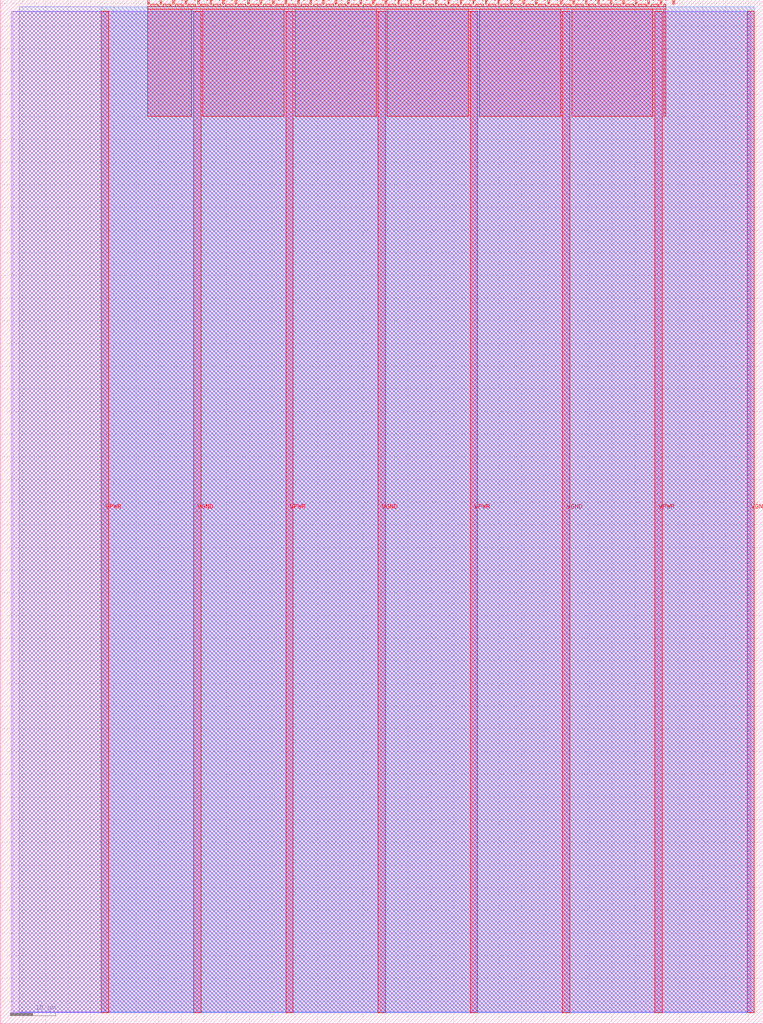
<source format=lef>
VERSION 5.7 ;
  NOWIREEXTENSIONATPIN ON ;
  DIVIDERCHAR "/" ;
  BUSBITCHARS "[]" ;
MACRO tt_um_joerdsonsilva_top
  CLASS BLOCK ;
  FOREIGN tt_um_joerdsonsilva_top ;
  ORIGIN 0.000 0.000 ;
  SIZE 168.360 BY 225.760 ;
  PIN VGND
    DIRECTION INOUT ;
    USE GROUND ;
    PORT
      LAYER met4 ;
        RECT 42.670 2.480 44.270 223.280 ;
    END
    PORT
      LAYER met4 ;
        RECT 83.380 2.480 84.980 223.280 ;
    END
    PORT
      LAYER met4 ;
        RECT 124.090 2.480 125.690 223.280 ;
    END
    PORT
      LAYER met4 ;
        RECT 164.800 2.480 166.400 223.280 ;
    END
  END VGND
  PIN VPWR
    DIRECTION INOUT ;
    USE POWER ;
    PORT
      LAYER met4 ;
        RECT 22.315 2.480 23.915 223.280 ;
    END
    PORT
      LAYER met4 ;
        RECT 63.025 2.480 64.625 223.280 ;
    END
    PORT
      LAYER met4 ;
        RECT 103.735 2.480 105.335 223.280 ;
    END
    PORT
      LAYER met4 ;
        RECT 144.445 2.480 146.045 223.280 ;
    END
  END VPWR
  PIN clk
    DIRECTION INPUT ;
    USE SIGNAL ;
    ANTENNAGATEAREA 0.852000 ;
    PORT
      LAYER met4 ;
        RECT 145.670 224.760 145.970 225.760 ;
    END
  END clk
  PIN ena
    DIRECTION INPUT ;
    USE SIGNAL ;
    PORT
      LAYER met4 ;
        RECT 148.430 224.760 148.730 225.760 ;
    END
  END ena
  PIN rst_n
    DIRECTION INPUT ;
    USE SIGNAL ;
    ANTENNAGATEAREA 0.126000 ;
    PORT
      LAYER met4 ;
        RECT 142.910 224.760 143.210 225.760 ;
    END
  END rst_n
  PIN ui_in[0]
    DIRECTION INPUT ;
    USE SIGNAL ;
    ANTENNAGATEAREA 0.213000 ;
    PORT
      LAYER met4 ;
        RECT 140.150 224.760 140.450 225.760 ;
    END
  END ui_in[0]
  PIN ui_in[1]
    DIRECTION INPUT ;
    USE SIGNAL ;
    ANTENNAGATEAREA 0.159000 ;
    PORT
      LAYER met4 ;
        RECT 137.390 224.760 137.690 225.760 ;
    END
  END ui_in[1]
  PIN ui_in[2]
    DIRECTION INPUT ;
    USE SIGNAL ;
    PORT
      LAYER met4 ;
        RECT 134.630 224.760 134.930 225.760 ;
    END
  END ui_in[2]
  PIN ui_in[3]
    DIRECTION INPUT ;
    USE SIGNAL ;
    PORT
      LAYER met4 ;
        RECT 131.870 224.760 132.170 225.760 ;
    END
  END ui_in[3]
  PIN ui_in[4]
    DIRECTION INPUT ;
    USE SIGNAL ;
    PORT
      LAYER met4 ;
        RECT 129.110 224.760 129.410 225.760 ;
    END
  END ui_in[4]
  PIN ui_in[5]
    DIRECTION INPUT ;
    USE SIGNAL ;
    PORT
      LAYER met4 ;
        RECT 126.350 224.760 126.650 225.760 ;
    END
  END ui_in[5]
  PIN ui_in[6]
    DIRECTION INPUT ;
    USE SIGNAL ;
    PORT
      LAYER met4 ;
        RECT 123.590 224.760 123.890 225.760 ;
    END
  END ui_in[6]
  PIN ui_in[7]
    DIRECTION INPUT ;
    USE SIGNAL ;
    PORT
      LAYER met4 ;
        RECT 120.830 224.760 121.130 225.760 ;
    END
  END ui_in[7]
  PIN uio_in[0]
    DIRECTION INPUT ;
    USE SIGNAL ;
    PORT
      LAYER met4 ;
        RECT 118.070 224.760 118.370 225.760 ;
    END
  END uio_in[0]
  PIN uio_in[1]
    DIRECTION INPUT ;
    USE SIGNAL ;
    PORT
      LAYER met4 ;
        RECT 115.310 224.760 115.610 225.760 ;
    END
  END uio_in[1]
  PIN uio_in[2]
    DIRECTION INPUT ;
    USE SIGNAL ;
    PORT
      LAYER met4 ;
        RECT 112.550 224.760 112.850 225.760 ;
    END
  END uio_in[2]
  PIN uio_in[3]
    DIRECTION INPUT ;
    USE SIGNAL ;
    PORT
      LAYER met4 ;
        RECT 109.790 224.760 110.090 225.760 ;
    END
  END uio_in[3]
  PIN uio_in[4]
    DIRECTION INPUT ;
    USE SIGNAL ;
    PORT
      LAYER met4 ;
        RECT 107.030 224.760 107.330 225.760 ;
    END
  END uio_in[4]
  PIN uio_in[5]
    DIRECTION INPUT ;
    USE SIGNAL ;
    PORT
      LAYER met4 ;
        RECT 104.270 224.760 104.570 225.760 ;
    END
  END uio_in[5]
  PIN uio_in[6]
    DIRECTION INPUT ;
    USE SIGNAL ;
    PORT
      LAYER met4 ;
        RECT 101.510 224.760 101.810 225.760 ;
    END
  END uio_in[6]
  PIN uio_in[7]
    DIRECTION INPUT ;
    USE SIGNAL ;
    PORT
      LAYER met4 ;
        RECT 98.750 224.760 99.050 225.760 ;
    END
  END uio_in[7]
  PIN uio_oe[0]
    DIRECTION OUTPUT TRISTATE ;
    USE SIGNAL ;
    PORT
      LAYER met4 ;
        RECT 51.830 224.760 52.130 225.760 ;
    END
  END uio_oe[0]
  PIN uio_oe[1]
    DIRECTION OUTPUT TRISTATE ;
    USE SIGNAL ;
    PORT
      LAYER met4 ;
        RECT 49.070 224.760 49.370 225.760 ;
    END
  END uio_oe[1]
  PIN uio_oe[2]
    DIRECTION OUTPUT TRISTATE ;
    USE SIGNAL ;
    PORT
      LAYER met4 ;
        RECT 46.310 224.760 46.610 225.760 ;
    END
  END uio_oe[2]
  PIN uio_oe[3]
    DIRECTION OUTPUT TRISTATE ;
    USE SIGNAL ;
    PORT
      LAYER met4 ;
        RECT 43.550 224.760 43.850 225.760 ;
    END
  END uio_oe[3]
  PIN uio_oe[4]
    DIRECTION OUTPUT TRISTATE ;
    USE SIGNAL ;
    PORT
      LAYER met4 ;
        RECT 40.790 224.760 41.090 225.760 ;
    END
  END uio_oe[4]
  PIN uio_oe[5]
    DIRECTION OUTPUT TRISTATE ;
    USE SIGNAL ;
    PORT
      LAYER met4 ;
        RECT 38.030 224.760 38.330 225.760 ;
    END
  END uio_oe[5]
  PIN uio_oe[6]
    DIRECTION OUTPUT TRISTATE ;
    USE SIGNAL ;
    PORT
      LAYER met4 ;
        RECT 35.270 224.760 35.570 225.760 ;
    END
  END uio_oe[6]
  PIN uio_oe[7]
    DIRECTION OUTPUT TRISTATE ;
    USE SIGNAL ;
    PORT
      LAYER met4 ;
        RECT 32.510 224.760 32.810 225.760 ;
    END
  END uio_oe[7]
  PIN uio_out[0]
    DIRECTION OUTPUT TRISTATE ;
    USE SIGNAL ;
    PORT
      LAYER met4 ;
        RECT 73.910 224.760 74.210 225.760 ;
    END
  END uio_out[0]
  PIN uio_out[1]
    DIRECTION OUTPUT TRISTATE ;
    USE SIGNAL ;
    PORT
      LAYER met4 ;
        RECT 71.150 224.760 71.450 225.760 ;
    END
  END uio_out[1]
  PIN uio_out[2]
    DIRECTION OUTPUT TRISTATE ;
    USE SIGNAL ;
    PORT
      LAYER met4 ;
        RECT 68.390 224.760 68.690 225.760 ;
    END
  END uio_out[2]
  PIN uio_out[3]
    DIRECTION OUTPUT TRISTATE ;
    USE SIGNAL ;
    PORT
      LAYER met4 ;
        RECT 65.630 224.760 65.930 225.760 ;
    END
  END uio_out[3]
  PIN uio_out[4]
    DIRECTION OUTPUT TRISTATE ;
    USE SIGNAL ;
    PORT
      LAYER met4 ;
        RECT 62.870 224.760 63.170 225.760 ;
    END
  END uio_out[4]
  PIN uio_out[5]
    DIRECTION OUTPUT TRISTATE ;
    USE SIGNAL ;
    PORT
      LAYER met4 ;
        RECT 60.110 224.760 60.410 225.760 ;
    END
  END uio_out[5]
  PIN uio_out[6]
    DIRECTION OUTPUT TRISTATE ;
    USE SIGNAL ;
    PORT
      LAYER met4 ;
        RECT 57.350 224.760 57.650 225.760 ;
    END
  END uio_out[6]
  PIN uio_out[7]
    DIRECTION OUTPUT TRISTATE ;
    USE SIGNAL ;
    PORT
      LAYER met4 ;
        RECT 54.590 224.760 54.890 225.760 ;
    END
  END uio_out[7]
  PIN uo_out[0]
    DIRECTION OUTPUT TRISTATE ;
    USE SIGNAL ;
    ANTENNADIFFAREA 0.891000 ;
    PORT
      LAYER met4 ;
        RECT 95.990 224.760 96.290 225.760 ;
    END
  END uo_out[0]
  PIN uo_out[1]
    DIRECTION OUTPUT TRISTATE ;
    USE SIGNAL ;
    ANTENNADIFFAREA 0.891000 ;
    PORT
      LAYER met4 ;
        RECT 93.230 224.760 93.530 225.760 ;
    END
  END uo_out[1]
  PIN uo_out[2]
    DIRECTION OUTPUT TRISTATE ;
    USE SIGNAL ;
    ANTENNADIFFAREA 0.891000 ;
    PORT
      LAYER met4 ;
        RECT 90.470 224.760 90.770 225.760 ;
    END
  END uo_out[2]
  PIN uo_out[3]
    DIRECTION OUTPUT TRISTATE ;
    USE SIGNAL ;
    ANTENNADIFFAREA 0.891000 ;
    PORT
      LAYER met4 ;
        RECT 87.710 224.760 88.010 225.760 ;
    END
  END uo_out[3]
  PIN uo_out[4]
    DIRECTION OUTPUT TRISTATE ;
    USE SIGNAL ;
    ANTENNADIFFAREA 0.891000 ;
    PORT
      LAYER met4 ;
        RECT 84.950 224.760 85.250 225.760 ;
    END
  END uo_out[4]
  PIN uo_out[5]
    DIRECTION OUTPUT TRISTATE ;
    USE SIGNAL ;
    ANTENNADIFFAREA 0.891000 ;
    PORT
      LAYER met4 ;
        RECT 82.190 224.760 82.490 225.760 ;
    END
  END uo_out[5]
  PIN uo_out[6]
    DIRECTION OUTPUT TRISTATE ;
    USE SIGNAL ;
    PORT
      LAYER met4 ;
        RECT 79.430 224.760 79.730 225.760 ;
    END
  END uo_out[6]
  PIN uo_out[7]
    DIRECTION OUTPUT TRISTATE ;
    USE SIGNAL ;
    ANTENNADIFFAREA 0.795200 ;
    PORT
      LAYER met4 ;
        RECT 76.670 224.760 76.970 225.760 ;
    END
  END uo_out[7]
  OBS
      LAYER li1 ;
        RECT 2.760 2.635 165.600 223.125 ;
      LAYER met1 ;
        RECT 2.460 2.480 166.400 223.280 ;
      LAYER met2 ;
        RECT 4.240 2.535 166.370 224.245 ;
      LAYER met3 ;
        RECT 22.325 2.555 166.390 224.225 ;
      LAYER met4 ;
        RECT 33.210 224.360 34.870 224.760 ;
        RECT 35.970 224.360 37.630 224.760 ;
        RECT 38.730 224.360 40.390 224.760 ;
        RECT 41.490 224.360 43.150 224.760 ;
        RECT 44.250 224.360 45.910 224.760 ;
        RECT 47.010 224.360 48.670 224.760 ;
        RECT 49.770 224.360 51.430 224.760 ;
        RECT 52.530 224.360 54.190 224.760 ;
        RECT 55.290 224.360 56.950 224.760 ;
        RECT 58.050 224.360 59.710 224.760 ;
        RECT 60.810 224.360 62.470 224.760 ;
        RECT 63.570 224.360 65.230 224.760 ;
        RECT 66.330 224.360 67.990 224.760 ;
        RECT 69.090 224.360 70.750 224.760 ;
        RECT 71.850 224.360 73.510 224.760 ;
        RECT 74.610 224.360 76.270 224.760 ;
        RECT 77.370 224.360 79.030 224.760 ;
        RECT 80.130 224.360 81.790 224.760 ;
        RECT 82.890 224.360 84.550 224.760 ;
        RECT 85.650 224.360 87.310 224.760 ;
        RECT 88.410 224.360 90.070 224.760 ;
        RECT 91.170 224.360 92.830 224.760 ;
        RECT 93.930 224.360 95.590 224.760 ;
        RECT 96.690 224.360 98.350 224.760 ;
        RECT 99.450 224.360 101.110 224.760 ;
        RECT 102.210 224.360 103.870 224.760 ;
        RECT 104.970 224.360 106.630 224.760 ;
        RECT 107.730 224.360 109.390 224.760 ;
        RECT 110.490 224.360 112.150 224.760 ;
        RECT 113.250 224.360 114.910 224.760 ;
        RECT 116.010 224.360 117.670 224.760 ;
        RECT 118.770 224.360 120.430 224.760 ;
        RECT 121.530 224.360 123.190 224.760 ;
        RECT 124.290 224.360 125.950 224.760 ;
        RECT 127.050 224.360 128.710 224.760 ;
        RECT 129.810 224.360 131.470 224.760 ;
        RECT 132.570 224.360 134.230 224.760 ;
        RECT 135.330 224.360 136.990 224.760 ;
        RECT 138.090 224.360 139.750 224.760 ;
        RECT 140.850 224.360 142.510 224.760 ;
        RECT 143.610 224.360 145.270 224.760 ;
        RECT 146.370 224.360 146.905 224.760 ;
        RECT 32.495 223.680 146.905 224.360 ;
        RECT 32.495 200.095 42.270 223.680 ;
        RECT 44.670 200.095 62.625 223.680 ;
        RECT 65.025 200.095 82.980 223.680 ;
        RECT 85.380 200.095 103.335 223.680 ;
        RECT 105.735 200.095 123.690 223.680 ;
        RECT 126.090 200.095 144.045 223.680 ;
        RECT 146.445 200.095 146.905 223.680 ;
  END
END tt_um_joerdsonsilva_top
END LIBRARY


</source>
